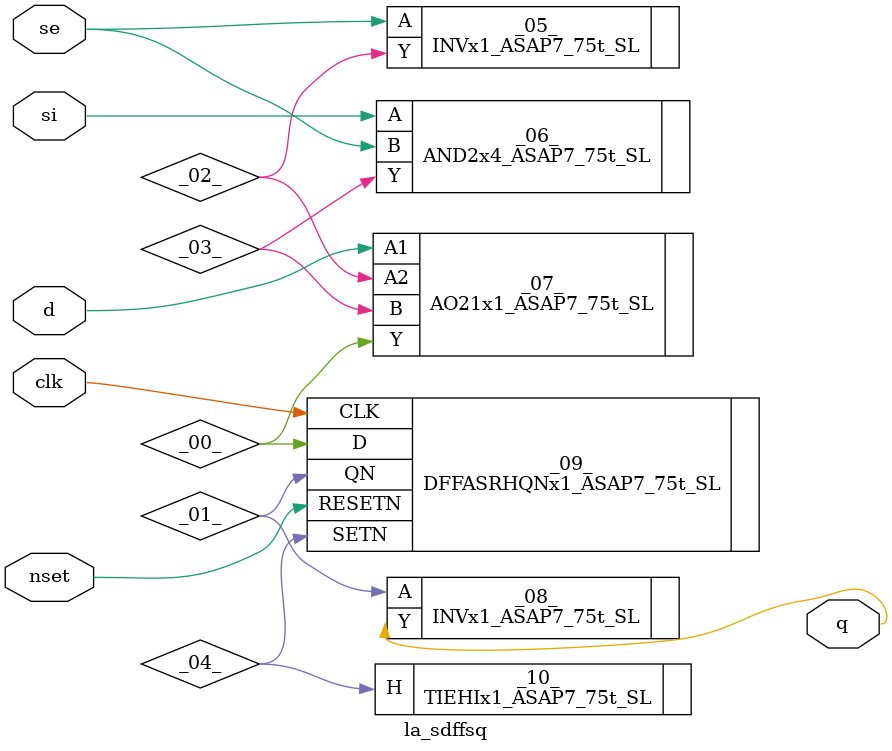
<source format=v>

/* Generated by Yosys 0.44 (git sha1 80ba43d26, g++ 11.4.0-1ubuntu1~22.04 -fPIC -O3) */

(* top =  1  *)
(* src = "generated" *)
module la_sdffsq (
    d,
    si,
    se,
    clk,
    nset,
    q
);
  (* src = "generated" *)
  wire _00_;
  wire _01_;
  wire _02_;
  wire _03_;
  wire _04_;
  (* src = "generated" *)
  input clk;
  wire clk;
  (* src = "generated" *)
  input d;
  wire d;
  (* src = "generated" *)
  input nset;
  wire nset;
  (* src = "generated" *)
  output q;
  wire q;
  (* src = "generated" *)
  input se;
  wire se;
  (* src = "generated" *)
  input si;
  wire si;
  INVx1_ASAP7_75t_SL _05_ (
      .A(se),
      .Y(_02_)
  );
  AND2x4_ASAP7_75t_SL _06_ (
      .A(si),
      .B(se),
      .Y(_03_)
  );
  AO21x1_ASAP7_75t_SL _07_ (
      .A1(d),
      .A2(_02_),
      .B (_03_),
      .Y (_00_)
  );
  INVx1_ASAP7_75t_SL _08_ (
      .A(_01_),
      .Y(q)
  );
  (* src = "generated" *)
  DFFASRHQNx1_ASAP7_75t_SL _09_ (
      .CLK(clk),
      .D(_00_),
      .QN(_01_),
      .RESETN(nset),
      .SETN(_04_)
  );
  TIEHIx1_ASAP7_75t_SL _10_ (.H(_04_));
endmodule

</source>
